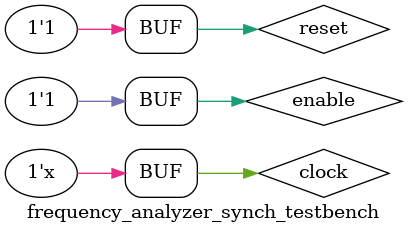
<source format=v>
`timescale 1ns / 1ps


module frequency_analyzer_synch_testbench;

reg clock;
reg reset;
reg enable;
wire start_analyzer_0;
wire stop_analyzer_0;
wire start_analyzer_1;
wire stop_analyzer_1;

frequency_analyzer_synch #(.FREQUENCY(2000), .CLOCK(100000000)) f(
    .clock(clock),
    .enable(enable),
    .reset(reset), 
    .start_analyzer_0(start_analyzer_0),
    .stop_analyzer_0(stop_analyzer_0),
    .start_analyzer_1(start_analyzer_1),
    .stop_analyzer_1(stop_analyzer_1));

    initial begin
        clock <= 1'b0;
        reset <= 1'b0;
        enable <= 1'b0;
        
        reset <= #10 1'b1;
        enable <= #10 1'b1;
    end
    
    always #5 clock <= ~clock;

endmodule
</source>
